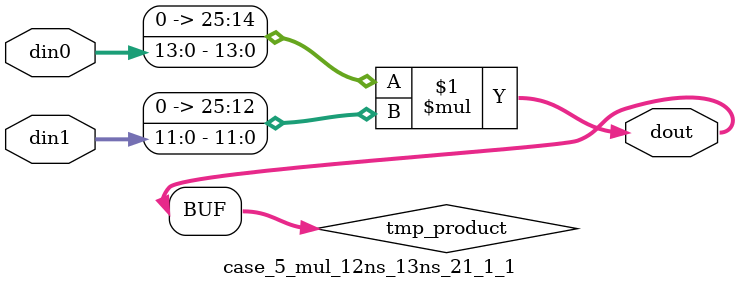
<source format=v>

`timescale 1 ns / 1 ps

 (* use_dsp = "no" *)  module case_5_mul_12ns_13ns_21_1_1(din0, din1, dout);
parameter ID = 1;
parameter NUM_STAGE = 0;
parameter din0_WIDTH = 14;
parameter din1_WIDTH = 12;
parameter dout_WIDTH = 26;

input [din0_WIDTH - 1 : 0] din0; 
input [din1_WIDTH - 1 : 0] din1; 
output [dout_WIDTH - 1 : 0] dout;

wire signed [dout_WIDTH - 1 : 0] tmp_product;
























assign tmp_product = $signed({1'b0, din0}) * $signed({1'b0, din1});











assign dout = tmp_product;





















endmodule

</source>
